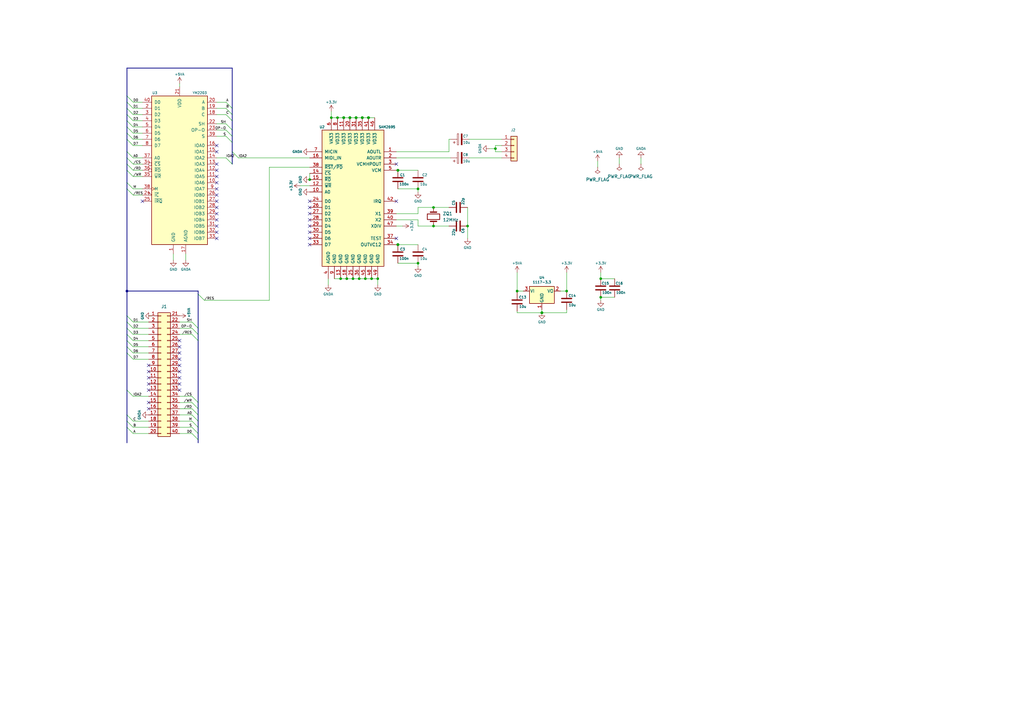
<source format=kicad_sch>
(kicad_sch (version 20231120) (generator "eeschema") (generator_version "8.0")
  (paper "A3")
  (title_block (title "ZXM-Extrime Extension") (date "2023-11-21") (rev "A3") (company "Alexandr Korochinskiy") (comment 1 "Extension for ZXM-Extrime"))
  (lib_symbols
    (symbol "Connector_Generic:Conn_01x04" (pin_names (offset 1.016) hide)
      (property "Reference" "J" (at 0 5.08 0))
      (property "Value" "Conn_01x04" (at 0 -7.62 0))
      (symbol "Conn_01x04_1_1"
        (rectangle (start -1.27 -4.953) (end 0 -5.207) (stroke (width 0.1524)))
        (rectangle (start -1.27 -2.413) (end 0 -2.667) (stroke (width 0.1524)))
        (rectangle (start -1.27 0.127) (end 0 -0.127) (stroke (width 0.1524)))
        (rectangle (start -1.27 2.667) (end 0 2.413) (stroke (width 0.1524)))
        (rectangle (start -1.27 3.81) (end 1.27 -6.35) (stroke (width 0.254)) (fill (type background)))
        (pin passive line (at -5.08 2.54 0) (length 3.81) (name "Pin_1") (number "1"))
        (pin passive line (at -5.08 0 0) (length 3.81) (name "Pin_2") (number "2"))
        (pin passive line (at -5.08 -2.54 0) (length 3.81) (name "Pin_3") (number "3"))
        (pin passive line (at -5.08 -5.08 0) (length 3.81) (name "Pin_4") (number "4"))
      )
    )
    (symbol "Connector_Generic:Conn_02x20_Top_Bottom" (pin_names (offset 1.016) hide)
      (property "Reference" "J" (at 1.27 25.4 0))
      (property "Value" "Conn_02x20_Top_Bottom" (at 1.27 -27.94 0))
      (symbol "Conn_02x20_Top_Bottom_1_1"
        (rectangle (start -1.27 -25.273) (end 0 -25.527) (stroke (width 0.1524)))
        (rectangle (start -1.27 -22.733) (end 0 -22.987) (stroke (width 0.1524)))
        (rectangle (start -1.27 -20.193) (end 0 -20.447) (stroke (width 0.1524)))
        (rectangle (start -1.27 -17.653) (end 0 -17.907) (stroke (width 0.1524)))
        (rectangle (start -1.27 -15.113) (end 0 -15.367) (stroke (width 0.1524)))
        (rectangle (start -1.27 -12.573) (end 0 -12.827) (stroke (width 0.1524)))
        (rectangle (start -1.27 -10.033) (end 0 -10.287) (stroke (width 0.1524)))
        (rectangle (start -1.27 -7.493) (end 0 -7.747) (stroke (width 0.1524)))
        (rectangle (start -1.27 -4.953) (end 0 -5.207) (stroke (width 0.1524)))
        (rectangle (start -1.27 -2.413) (end 0 -2.667) (stroke (width 0.1524)))
        (rectangle (start -1.27 0.127) (end 0 -0.127) (stroke (width 0.1524)))
        (rectangle (start -1.27 2.667) (end 0 2.413) (stroke (width 0.1524)))
        (rectangle (start -1.27 5.207) (end 0 4.953) (stroke (width 0.1524)))
        (rectangle (start -1.27 7.747) (end 0 7.493) (stroke (width 0.1524)))
        (rectangle (start -1.27 10.287) (end 0 10.033) (stroke (width 0.1524)))
        (rectangle (start -1.27 12.827) (end 0 12.573) (stroke (width 0.1524)))
        (rectangle (start -1.27 15.367) (end 0 15.113) (stroke (width 0.1524)))
        (rectangle (start -1.27 17.907) (end 0 17.653) (stroke (width 0.1524)))
        (rectangle (start -1.27 20.447) (end 0 20.193) (stroke (width 0.1524)))
        (rectangle (start -1.27 22.987) (end 0 22.733) (stroke (width 0.1524)))
        (rectangle (start -1.27 24.13) (end 3.81 -26.67) (stroke (width 0.254)) (fill (type background)))
        (rectangle (start 3.81 -25.273) (end 2.54 -25.527) (stroke (width 0.1524)))
        (rectangle (start 3.81 -22.733) (end 2.54 -22.987) (stroke (width 0.1524)))
        (rectangle (start 3.81 -20.193) (end 2.54 -20.447) (stroke (width 0.1524)))
        (rectangle (start 3.81 -17.653) (end 2.54 -17.907) (stroke (width 0.1524)))
        (rectangle (start 3.81 -15.113) (end 2.54 -15.367) (stroke (width 0.1524)))
        (rectangle (start 3.81 -12.573) (end 2.54 -12.827) (stroke (width 0.1524)))
        (rectangle (start 3.81 -10.033) (end 2.54 -10.287) (stroke (width 0.1524)))
        (rectangle (start 3.81 -7.493) (end 2.54 -7.747) (stroke (width 0.1524)))
        (rectangle (start 3.81 -4.953) (end 2.54 -5.207) (stroke (width 0.1524)))
        (rectangle (start 3.81 -2.413) (end 2.54 -2.667) (stroke (width 0.1524)))
        (rectangle (start 3.81 0.127) (end 2.54 -0.127) (stroke (width 0.1524)))
        (rectangle (start 3.81 2.667) (end 2.54 2.413) (stroke (width 0.1524)))
        (rectangle (start 3.81 5.207) (end 2.54 4.953) (stroke (width 0.1524)))
        (rectangle (start 3.81 7.747) (end 2.54 7.493) (stroke (width 0.1524)))
        (rectangle (start 3.81 10.287) (end 2.54 10.033) (stroke (width 0.1524)))
        (rectangle (start 3.81 12.827) (end 2.54 12.573) (stroke (width 0.1524)))
        (rectangle (start 3.81 15.367) (end 2.54 15.113) (stroke (width 0.1524)))
        (rectangle (start 3.81 17.907) (end 2.54 17.653) (stroke (width 0.1524)))
        (rectangle (start 3.81 20.447) (end 2.54 20.193) (stroke (width 0.1524)))
        (rectangle (start 3.81 22.987) (end 2.54 22.733) (stroke (width 0.1524)))
        (pin passive line (at -5.08 22.86 0) (length 3.81) (name "Pin_1") (number "1"))
        (pin passive line (at -5.08 0 0) (length 3.81) (name "Pin_10") (number "10"))
        (pin passive line (at -5.08 -2.54 0) (length 3.81) (name "Pin_11") (number "11"))
        (pin passive line (at -5.08 -5.08 0) (length 3.81) (name "Pin_12") (number "12"))
        (pin passive line (at -5.08 -7.62 0) (length 3.81) (name "Pin_13") (number "13"))
        (pin passive line (at -5.08 -10.16 0) (length 3.81) (name "Pin_14") (number "14"))
        (pin passive line (at -5.08 -12.7 0) (length 3.81) (name "Pin_15") (number "15"))
        (pin passive line (at -5.08 -15.24 0) (length 3.81) (name "Pin_16") (number "16"))
        (pin passive line (at -5.08 -17.78 0) (length 3.81) (name "Pin_17") (number "17"))
        (pin passive line (at -5.08 -20.32 0) (length 3.81) (name "Pin_18") (number "18"))
        (pin passive line (at -5.08 -22.86 0) (length 3.81) (name "Pin_19") (number "19"))
        (pin passive line (at -5.08 20.32 0) (length 3.81) (name "Pin_2") (number "2"))
        (pin passive line (at -5.08 -25.4 0) (length 3.81) (name "Pin_20") (number "20"))
        (pin passive line (at 7.62 22.86 180) (length 3.81) (name "Pin_21") (number "21"))
        (pin passive line (at 7.62 20.32 180) (length 3.81) (name "Pin_22") (number "22"))
        (pin passive line (at 7.62 17.78 180) (length 3.81) (name "Pin_23") (number "23"))
        (pin passive line (at 7.62 15.24 180) (length 3.81) (name "Pin_24") (number "24"))
        (pin passive line (at 7.62 12.7 180) (length 3.81) (name "Pin_25") (number "25"))
        (pin passive line (at 7.62 10.16 180) (length 3.81) (name "Pin_26") (number "26"))
        (pin passive line (at 7.62 7.62 180) (length 3.81) (name "Pin_27") (number "27"))
        (pin passive line (at 7.62 5.08 180) (length 3.81) (name "Pin_28") (number "28"))
        (pin passive line (at 7.62 2.54 180) (length 3.81) (name "Pin_29") (number "29"))
        (pin passive line (at -5.08 17.78 0) (length 3.81) (name "Pin_3") (number "3"))
        (pin passive line (at 7.62 0 180) (length 3.81) (name "Pin_30") (number "30"))
        (pin passive line (at 7.62 -2.54 180) (length 3.81) (name "Pin_31") (number "31"))
        (pin passive line (at 7.62 -5.08 180) (length 3.81) (name "Pin_32") (number "32"))
        (pin passive line (at 7.62 -7.62 180) (length 3.81) (name "Pin_33") (number "33"))
        (pin passive line (at 7.62 -10.16 180) (length 3.81) (name "Pin_34") (number "34"))
        (pin passive line (at 7.62 -12.7 180) (length 3.81) (name "Pin_35") (number "35"))
        (pin passive line (at 7.62 -15.24 180) (length 3.81) (name "Pin_36") (number "36"))
        (pin passive line (at 7.62 -17.78 180) (length 3.81) (name "Pin_37") (number "37"))
        (pin passive line (at 7.62 -20.32 180) (length 3.81) (name "Pin_38") (number "38"))
        (pin passive line (at 7.62 -22.86 180) (length 3.81) (name "Pin_39") (number "39"))
        (pin passive line (at -5.08 15.24 0) (length 3.81) (name "Pin_4") (number "4"))
        (pin passive line (at 7.62 -25.4 180) (length 3.81) (name "Pin_40") (number "40"))
        (pin passive line (at -5.08 12.7 0) (length 3.81) (name "Pin_5") (number "5"))
        (pin passive line (at -5.08 10.16 0) (length 3.81) (name "Pin_6") (number "6"))
        (pin passive line (at -5.08 7.62 0) (length 3.81) (name "Pin_7") (number "7"))
        (pin passive line (at -5.08 5.08 0) (length 3.81) (name "Pin_8") (number "8"))
        (pin passive line (at -5.08 2.54 0) (length 3.81) (name "Pin_9") (number "9"))
      )
    )
    (symbol "Device:C" (pin_numbers hide) (pin_names (offset 0.254))
      (property "Reference" "C" (at 0.635 2.54 0))
      (property "Value" "C" (at 0.635 -2.54 0))
      (symbol "C_0_1"
        (polyline (pts (xy -2.032 -0.762) (xy 2.032 -0.762)) (stroke (width 0.508)))
        (polyline (pts (xy -2.032 0.762) (xy 2.032 0.762)) (stroke (width 0.508)))
      )
      (symbol "C_1_1"
        (pin passive line (at 0 3.81 270) (length 2.794) (name "~") (number "1"))
        (pin passive line (at 0 -3.81 90) (length 2.794) (name "~") (number "2"))
      )
    )
    (symbol "Device:C_Polarized" (pin_numbers hide) (pin_names (offset 0.254))
      (property "Reference" "C" (at 0.635 2.54 0))
      (property "Value" "C_Polarized" (at 0.635 -2.54 0))
      (symbol "C_Polarized_0_1"
        (rectangle (start -2.286 0.508) (end 2.286 1.016))
        (polyline (pts (xy -1.778 2.286) (xy -0.762 2.286)))
        (polyline (pts (xy -1.27 2.794) (xy -1.27 1.778)))
        (rectangle (start 2.286 -0.508) (end -2.286 -1.016) (fill (type outline)))
      )
      (symbol "C_Polarized_1_1"
        (pin passive line (at 0 3.81 270) (length 2.794) (name "~") (number "1"))
        (pin passive line (at 0 -3.81 90) (length 2.794) (name "~") (number "2"))
      )
    )
    (symbol "Device:Crystal" (pin_numbers hide) (pin_names (offset 1.016) hide)
      (property "Reference" "Y" (at 0 3.81 0))
      (property "Value" "Crystal" (at 0 -3.81 0))
      (symbol "Crystal_0_1"
        (rectangle (start -1.143 2.54) (end 1.143 -2.54) (stroke (width 0.3048)))
        (polyline (pts (xy -2.54 0) (xy -1.905 0)))
        (polyline (pts (xy -1.905 -1.27) (xy -1.905 1.27)) (stroke (width 0.508)))
        (polyline (pts (xy 1.905 -1.27) (xy 1.905 1.27)) (stroke (width 0.508)))
        (polyline (pts (xy 2.54 0) (xy 1.905 0)))
      )
      (symbol "Crystal_1_1"
        (pin passive line (at -3.81 0 0) (length 1.27) (name "1") (number "1"))
        (pin passive line (at 3.81 0 180) (length 1.27) (name "2") (number "2"))
      )
    )
    (symbol "Regulator_Linear:AMS1117-3.3" (pin_names (offset 0.254))
      (property "Reference" "U" (at -3.81 3.175 0))
      (property "Value" "AMS1117-3.3" (at 0 3.175 0))
      (symbol "AMS1117-3.3_0_1"
        (rectangle (start -5.08 -5.08) (end 5.08 1.905) (stroke (width 0.254)) (fill (type background)))
      )
      (symbol "AMS1117-3.3_1_1"
        (pin power_in line (at 0 -7.62 90) (length 2.54) (name "GND") (number "1"))
        (pin power_out line (at 7.62 0 180) (length 2.54) (name "VO") (number "2"))
        (pin power_in line (at -7.62 0 0) (length 2.54) (name "VI") (number "3"))
      )
    )
    (symbol "YM2203_1" (pin_names (offset 1.016))
      (property "Reference" "U" (at -10.16 35.56 0))
      (property "Value" "YM2203_1" (at 7.62 35.56 0))
      (symbol "YM2203_1_0_0"
        (pin power_in line (at 2.54 -30.48 90) (length 3.81) (name "AGND") (number "17"))
      )
      (symbol "YM2203_1_0_1"
        (rectangle (start -11.43 34.29) (end 11.43 -26.67) (stroke (width 0.254)) (fill (type background)))
      )
      (symbol "YM2203_1_1_1"
        (pin power_in line (at -2.54 -30.48 90) (length 3.81) (name "GND") (number "1"))
        (pin bidirectional line (at 15.24 -1.27 180) (length 3.81) (name "IOA6") (number "10"))
        (pin bidirectional line (at 15.24 1.27 180) (length 3.81) (name "IOA5") (number "11"))
        (pin bidirectional line (at 15.24 3.81 180) (length 3.81) (name "IOA4") (number "12"))
        (pin bidirectional line (at 15.24 6.35 180) (length 3.81) (name "IOA3") (number "13"))
        (pin bidirectional line (at 15.24 8.89 180) (length 3.81) (name "IOA2") (number "14"))
        (pin bidirectional line (at 15.24 11.43 180) (length 3.81) (name "IOA1") (number "15"))
        (pin bidirectional line (at 15.24 13.97 180) (length 3.81) (name "IOA0") (number "16"))
        (pin output line (at 15.24 26.67 180) (length 3.81) (name "C") (number "18"))
        (pin output line (at 15.24 29.21 180) (length 3.81) (name "B") (number "19"))
        (pin bidirectional line (at -15.24 29.21 0) (length 3.81) (name "D1") (number "2"))
        (pin output line (at 15.24 31.75 180) (length 3.81) (name "A") (number "20"))
        (pin power_in line (at 0 38.1 270) (length 3.81) (name "VDD") (number "21"))
        (pin output line (at 15.24 22.86 180) (length 3.81) (name "SH") (number "22"))
        (pin output line (at 15.24 20.32 180) (length 3.81) (name "OP-O") (number "23"))
        (pin input input_low (at -15.24 -6.35 0) (length 3.81) (name "~{IC}") (number "24"))
        (pin output line (at -15.24 -8.89 0) (length 3.81) (name "~{IRQ}") (number "25"))
        (pin bidirectional line (at 15.24 -6.35 180) (length 3.81) (name "IOB0") (number "26"))
        (pin bidirectional line (at 15.24 -8.89 180) (length 3.81) (name "IOB1") (number "27"))
        (pin bidirectional line (at 15.24 -11.43 180) (length 3.81) (name "IOB2") (number "28"))
        (pin bidirectional line (at 15.24 -13.97 180) (length 3.81) (name "IOB3") (number "29"))
        (pin bidirectional line (at -15.24 26.67 0) (length 3.81) (name "D2") (number "3"))
        (pin bidirectional line (at 15.24 -16.51 180) (length 3.81) (name "IOB4") (number "30"))
        (pin bidirectional line (at 15.24 -19.05 180) (length 3.81) (name "IOB5") (number "31"))
        (pin bidirectional line (at 15.24 -21.59 180) (length 3.81) (name "IOB6") (number "32"))
        (pin bidirectional line (at 15.24 -24.13 180) (length 3.81) (name "IOB7") (number "33"))
        (pin input inverted (at -15.24 6.35 0) (length 3.81) (name "~{CS}") (number "34"))
        (pin input line (at -15.24 1.27 0) (length 3.81) (name "~{WR}") (number "35"))
        (pin input inverted (at -15.24 3.81 0) (length 3.81) (name "~{RD}") (number "36"))
        (pin input line (at -15.24 8.89 0) (length 3.81) (name "A0") (number "37"))
        (pin input clock (at -15.24 -3.81 0) (length 3.81) (name "M") (number "38"))
        (pin output line (at 15.24 17.78 180) (length 3.81) (name "S") (number "39"))
        (pin bidirectional line (at -15.24 24.13 0) (length 3.81) (name "D3") (number "4"))
        (pin bidirectional line (at -15.24 31.75 0) (length 3.81) (name "D0") (number "40"))
        (pin bidirectional line (at -15.24 21.59 0) (length 3.81) (name "D4") (number "5"))
        (pin bidirectional line (at -15.24 19.05 0) (length 3.81) (name "D5") (number "6"))
        (pin bidirectional line (at -15.24 16.51 0) (length 3.81) (name "D6") (number "7"))
        (pin bidirectional line (at -15.24 13.97 0) (length 3.81) (name "D7") (number "8"))
        (pin bidirectional line (at 15.24 -3.81 180) (length 3.81) (name "IOA7") (number "9"))
      )
    )
    (symbol "my:SAM2695" (pin_names (offset 1.016))
      (property "Reference" "U" (at -13.97 29.21 0))
      (property "Value" "SAM2695" (at 12.7 29.21 0))
      (symbol "SAM2695_0_0"
        (pin output line (at 17.78 19.05 180) (length 5.08) (name "AOUTL") (number "1"))
        (pin input line (at -17.78 2.54 0) (length 5.08) (name "A0") (number "10"))
        (pin power_in line (at -3.81 33.02 270) (length 5.08) (name "VD33") (number "11"))
        (pin input line (at -17.78 5.08 0) (length 5.08) (name "~{WR}") (number "12"))
        (pin power_in line (at -5.08 -33.02 90) (length 5.08) (name "GND") (number "13"))
        (pin input line (at -17.78 10.16 0) (length 5.08) (name "~{CS}") (number "14"))
        (pin input line (at -17.78 7.62 0) (length 5.08) (name "~{RD}") (number "15"))
        (pin input line (at -17.78 16.51 0) (length 5.08) (name "MIDI_IN") (number "16"))
        (pin no_connect line (at 17.78 7.62 180) (length 5.08) hide (name "NC") (number "17"))
        (pin power_in line (at -2.54 -33.02 90) (length 5.08) (name "GND") (number "18"))
        (pin no_connect line (at 17.78 8.89 180) (length 5.08) hide (name "NC") (number "19"))
        (pin output line (at 17.78 16.51 180) (length 5.08) (name "AOUTR") (number "2"))
        (pin power_in line (at -1.27 33.02 270) (length 5.08) (name "VD33") (number "20"))
        (pin no_connect line (at 17.78 6.35 180) (length 5.08) hide (name "NC") (number "21"))
        (pin no_connect line (at 17.78 5.08 180) (length 5.08) hide (name "NC") (number "22"))
        (pin no_connect line (at 17.78 3.81 180) (length 5.08) hide (name "NC") (number "23"))
        (pin bidirectional line (at -17.78 -1.27 0) (length 5.08) (name "D0") (number "24"))
        (pin power_in line (at 0 -33.02 90) (length 5.08) (name "GND") (number "25"))
        (pin bidirectional line (at -17.78 -3.81 0) (length 5.08) (name "D1") (number "26"))
        (pin bidirectional line (at -17.78 -6.35 0) (length 5.08) (name "D2") (number "27"))
        (pin bidirectional line (at -17.78 -8.89 0) (length 5.08) (name "D3") (number "28"))
        (pin bidirectional line (at -17.78 -11.43 0) (length 5.08) (name "D4") (number "29"))
        (pin output line (at 17.78 13.97 180) (length 5.08) (name "VCMHPOUT") (number "3"))
        (pin bidirectional line (at -17.78 -13.97 0) (length 5.08) (name "D5") (number "30"))
        (pin power_in line (at 1.27 33.02 270) (length 5.08) (name "VD33") (number "31"))
        (pin bidirectional line (at -17.78 -16.51 0) (length 5.08) (name "D6") (number "32"))
        (pin bidirectional line (at -17.78 -19.05 0) (length 5.08) (name "D7") (number "33"))
        (pin power_out line (at 17.78 -19.05 180) (length 5.08) (name "OUTVC12") (number "34"))
        (pin power_in line (at 3.81 33.02 270) (length 5.08) (name "VD33") (number "35"))
        (pin power_in line (at 2.54 -33.02 90) (length 5.08) (name "GND") (number "36"))
        (pin input line (at 17.78 -16.51 180) (length 5.08) (name "TEST") (number "37"))
        (pin input line (at -17.78 12.7 0) (length 5.08) (name "~{RST}/~{PD}") (number "38"))
        (pin input line (at 17.78 -6.35 180) (length 5.08) (name "X1") (number "39"))
        (pin power_in line (at -10.16 -33.02 90) (length 5.08) (name "AGND") (number "4"))
        (pin input line (at 17.78 -8.89 180) (length 5.08) (name "X2") (number "40"))
        (pin power_in line (at 6.35 33.02 270) (length 5.08) (name "VD33") (number "41"))
        (pin output line (at 17.78 -1.27 180) (length 5.08) (name "IRQ") (number "42"))
        (pin no_connect line (at 17.78 2.54 180) (length 5.08) hide (name "NC") (number "43"))
        (pin no_connect line (at 17.78 1.27 180) (length 5.08) hide (name "NC") (number "44"))
        (pin power_in line (at 5.08 -33.02 90) (length 5.08) (name "GND") (number "45"))
        (pin power_in line (at 8.89 33.02 270) (length 5.08) (name "VD33") (number "46"))
        (pin input line (at 17.78 -11.43 180) (length 5.08) (name "XDIV") (number "47"))
        (pin power_in line (at 7.62 -33.02 90) (length 5.08) (name "GND") (number "48"))
        (pin output line (at 17.78 11.43 180) (length 5.08) (name "VCM") (number "5"))
        (pin power_in line (at -8.89 33.02 270) (length 5.08) (name "VA33") (number "6"))
        (pin input line (at -17.78 19.05 0) (length 5.08) (name "MICIN") (number "7"))
        (pin power_in line (at -6.35 33.02 270) (length 5.08) (name "VD33") (number "8"))
        (pin power_in line (at -7.62 -33.02 90) (length 5.08) (name "GND") (number "9"))
      )
      (symbol "SAM2695_0_1"
        (rectangle (start -12.7 27.94) (end 12.7 -27.94) (stroke (width 0.254)) (fill (type background)))
      )
      (symbol "SAM2695_1_1"
        (pin power_in line (at 10.16 -33.02 90) (length 5.08) (name "GND") (number "49"))
      )
    )
    (symbol "power:+3.3V" (power) (pin_names (offset 0))
      (property "Value" "+3.3V" (at 0 3.556 0))
      (symbol "+3.3V_0_1"
        (polyline (pts (xy -0.762 1.27) (xy 0 2.54)))
        (polyline (pts (xy 0 0) (xy 0 2.54)))
        (polyline (pts (xy 0 2.54) (xy 0.762 1.27)))
      )
      (symbol "+3.3V_1_1"
        (pin power_in line (at 0 0 90) (length 0) hide (name "+3.3V") (number "1"))
      )
    )
    (symbol "power:+5VA" (power) (pin_names (offset 0))
      (property "Value" "+5VA" (at 0 3.556 0))
      (symbol "+5VA_0_1"
        (polyline (pts (xy -0.762 1.27) (xy 0 2.54)))
        (polyline (pts (xy 0 0) (xy 0 2.54)))
        (polyline (pts (xy 0 2.54) (xy 0.762 1.27)))
      )
      (symbol "+5VA_1_1"
        (pin power_in line (at 0 0 90) (length 0) hide (name "+5VA") (number "1"))
      )
    )
    (symbol "power:GND" (power) (pin_names (offset 0))
      (property "Value" "GND" (at 0 -3.81 0))
      (symbol "GND_0_1"
        (polyline (pts (xy 0 0) (xy 0 -1.27) (xy 1.27 -1.27) (xy 0 -2.54) (xy -1.27 -1.27) (xy 0 -1.27)))
      )
      (symbol "GND_1_1"
        (pin power_in line (at 0 0 270) (length 0) hide (name "GND") (number "1"))
      )
    )
    (symbol "power:GNDA" (power) (pin_names (offset 0))
      (property "Value" "GNDA" (at 0 -3.81 0))
      (symbol "GNDA_0_1"
        (polyline (pts (xy 0 0) (xy 0 -1.27) (xy 1.27 -1.27) (xy 0 -2.54) (xy -1.27 -1.27) (xy 0 -1.27)))
      )
      (symbol "GNDA_1_1"
        (pin power_in line (at 0 0 270) (length 0) hide (name "GNDA") (number "1"))
      )
    )
    (symbol "power:PWR_FLAG" (power) (pin_numbers hide) (pin_names (offset 0) hide)
      (property "Value" "PWR_FLAG" (at 0 3.81 0))
      (symbol "PWR_FLAG_0_0"
        (pin power_out line (at 0 0 90) (length 0) (name "~") (number "1"))
      )
      (symbol "PWR_FLAG_0_1"
        (polyline (pts (xy 0 0) (xy 0 1.27) (xy -1.016 1.905) (xy 0 2.54) (xy 1.016 1.905) (xy 0 1.27)))
      )
    )
  )
  (junction (at 246.38 121.92))
  (junction (at 152.4 114.3))
  (junction (at 163.195 69.85) (diameter 1.016))
  (junction (at 151.13 48.26) (diameter 1.016))
  (junction (at 177.8 92.71))
  (junction (at 222.25 128.27) (diameter 1.016))
  (junction (at 140.97 48.26) (diameter 1.016))
  (junction (at 246.38 114.3))
  (junction (at 142.24 114.3))
  (junction (at 52.07 119.38))
  (junction (at 203.2 60.96))
  (junction (at 146.05 48.26) (diameter 1.016))
  (junction (at 171.45 107.95))
  (junction (at 144.78 114.3))
  (junction (at 191.77 92.71))
  (junction (at 138.43 48.26))
  (junction (at 171.45 77.47))
  (junction (at 135.89 48.26))
  (junction (at 232.41 119.38))
  (junction (at 148.59 48.26) (diameter 1.016))
  (junction (at 149.86 114.3))
  (junction (at 163.195 100.33) (diameter 1.016))
  (junction (at 212.09 119.38))
  (junction (at 127 73.66))
  (junction (at 143.51 48.26) (diameter 1.016))
  (junction (at 147.32 114.3))
  (junction (at 177.8 85.09))
  (junction (at 154.94 114.3))
  (junction (at 139.7 114.3))
  (no_connect (at 60.96 154.94))
  (no_connect (at 73.66 154.94))
  (no_connect (at 60.96 149.86))
  (no_connect (at 162.56 67.31))
  (no_connect (at 127 87.63))
  (no_connect (at 60.96 167.64))
  (no_connect (at 88.9 92.71))
  (no_connect (at 60.96 160.02))
  (no_connect (at 73.66 152.4))
  (no_connect (at 88.9 62.23))
  (no_connect (at 88.9 85.09))
  (no_connect (at 73.66 160.02))
  (no_connect (at 60.96 157.48))
  (no_connect (at 88.9 97.79))
  (no_connect (at 88.9 59.69))
  (no_connect (at 88.9 74.93))
  (no_connect (at 88.9 87.63))
  (no_connect (at 60.96 152.4))
  (no_connect (at 88.9 72.39))
  (no_connect (at 88.9 67.31))
  (no_connect (at 127 82.55))
  (no_connect (at 127 97.79))
  (no_connect (at 88.9 90.17))
  (no_connect (at 88.9 69.85))
  (no_connect (at 127 85.09))
  (no_connect (at 127 95.25))
  (no_connect (at 73.66 157.48))
  (no_connect (at 162.56 82.55))
  (no_connect (at 73.66 139.7))
  (no_connect (at 127 92.71))
  (no_connect (at 88.9 77.47))
  (no_connect (at 73.66 144.78))
  (no_connect (at 88.9 95.25))
  (no_connect (at 88.9 82.55))
  (no_connect (at 127 90.17))
  (no_connect (at 73.66 149.86))
  (no_connect (at 58.42 82.55))
  (no_connect (at 73.66 142.24))
  (no_connect (at 60.96 165.1))
  (no_connect (at 162.56 97.79))
  (no_connect (at 88.9 80.01))
  (no_connect (at 73.66 147.32))
  (no_connect (at 127 100.33))
  (bus_entry (at 52.07 44.45) (size 2.54 2.54))
  (bus_entry (at 52.07 57.15) (size 2.54 2.54))
  (bus_entry (at 52.07 132.08) (size 2.54 2.54))
  (bus_entry (at 92.71 55.88) (size 2.54 2.54))
  (bus_entry (at 52.07 67.31) (size 2.54 2.54))
  (bus_entry (at 52.07 129.54) (size 2.54 2.54))
  (bus_entry (at 78.74 134.62) (size 2.54 2.54))
  (bus_entry (at 92.71 44.45) (size 2.54 2.54))
  (bus_entry (at 78.74 177.8) (size 2.54 2.54))
  (bus_entry (at 52.07 74.93) (size 2.54 2.54))
  (bus_entry (at 52.07 41.91) (size 2.54 2.54))
  (bus_entry (at 78.74 172.72) (size 2.54 2.54))
  (bus_entry (at 92.71 53.34) (size 2.54 2.54))
  (bus_entry (at 52.07 144.78) (size 2.54 2.54))
  (bus_entry (at 52.07 52.07) (size 2.54 2.54))
  (bus_entry (at 52.07 175.26) (size 2.54 2.54))
  (bus_entry (at 52.07 69.85) (size 2.54 2.54))
  (bus_entry (at 78.74 137.16) (size 2.54 2.54))
  (bus_entry (at 52.07 142.24) (size 2.54 2.54))
  (bus_entry (at 52.07 170.18) (size 2.54 2.54))
  (bus_entry (at 52.07 172.72) (size 2.54 2.54))
  (bus_entry (at 52.07 62.23) (size 2.54 2.54))
  (bus_entry (at 52.07 134.62) (size 2.54 2.54))
  (bus_entry (at 78.74 175.26) (size 2.54 2.54))
  (bus_entry (at 78.74 167.64) (size 2.54 2.54))
  (bus_entry (at 78.74 162.56) (size 2.54 2.54))
  (bus_entry (at 52.07 46.99) (size 2.54 2.54))
  (bus_entry (at 78.74 132.08) (size 2.54 2.54))
  (bus_entry (at 52.07 137.16) (size 2.54 2.54))
  (bus_entry (at 92.71 46.99) (size 2.54 2.54))
  (bus_entry (at 52.07 49.53) (size 2.54 2.54))
  (bus_entry (at 92.71 50.8) (size 2.54 2.54))
  (bus_entry (at 95.25 62.23) (size 2.54 2.54))
  (bus_entry (at 92.71 64.77) (size 2.54 2.54))
  (bus_entry (at 52.07 77.47) (size 2.54 2.54))
  (bus_entry (at 52.07 39.37) (size 2.54 2.54))
  (bus_entry (at 92.71 41.91) (size 2.54 2.54))
  (bus_entry (at 52.07 64.77) (size 2.54 2.54))
  (bus_entry (at 52.07 160.02) (size 2.54 2.54))
  (bus_entry (at 78.74 165.1) (size 2.54 2.54))
  (bus_entry (at 78.74 170.18) (size 2.54 2.54))
  (bus_entry (at 81.28 120.65) (size 2.54 2.54))
  (bus_entry (at 52.07 139.7) (size 2.54 2.54))
  (bus_entry (at 52.07 54.61) (size 2.54 2.54))
  (wire (pts (xy 73.66 162.56) (xy 78.74 162.56)))
  (bus (pts (xy 95.25 27.94) (xy 52.07 27.94)))
  (wire (pts (xy 191.77 85.09) (xy 191.77 92.71)))
  (wire (pts (xy 177.8 92.71) (xy 184.15 92.71)))
  (bus (pts (xy 81.28 180.34) (xy 81.28 181.61)))
  (bus (pts (xy 81.28 119.38) (xy 81.28 120.65)))
  (wire (pts (xy 246.38 114.3) (xy 252.095 114.3)))
  (bus (pts (xy 95.25 49.53) (xy 95.25 46.99)))
  (bus (pts (xy 52.07 44.45) (xy 52.07 46.99)))
  (bus (pts (xy 52.07 74.93) (xy 52.07 77.47)))
  (wire (pts (xy 142.24 114.3) (xy 144.78 114.3)))
  (wire (pts (xy 71.12 106.68) (xy 71.12 104.14)))
  (wire (pts (xy 165.1 92.71) (xy 162.56 92.71)))
  (wire (pts (xy 222.25 127) (xy 222.25 128.27)))
  (bus (pts (xy 95.25 55.88) (xy 95.25 53.34)))
  (wire (pts (xy 246.38 121.92) (xy 246.38 123.19)))
  (bus (pts (xy 52.07 27.94) (xy 52.07 39.37)))
  (wire (pts (xy 58.42 77.47) (xy 54.61 77.47)))
  (wire (pts (xy 149.86 114.3) (xy 152.4 114.3)))
  (bus (pts (xy 52.07 144.78) (xy 52.07 160.02)))
  (wire (pts (xy 54.61 144.78) (xy 60.96 144.78)))
  (wire (pts (xy 54.61 162.56) (xy 60.96 162.56)))
  (wire (pts (xy 140.97 48.26) (xy 138.43 48.26)))
  (wire (pts (xy 148.59 48.26) (xy 146.05 48.26)))
  (bus (pts (xy 81.28 120.65) (xy 81.28 134.62)))
  (wire (pts (xy 245.11 66.04) (xy 245.11 68.58)))
  (bus (pts (xy 52.07 39.37) (xy 52.07 41.91)))
  (bus (pts (xy 81.28 134.62) (xy 81.28 137.16)))
  (bus (pts (xy 81.28 139.7) (xy 81.28 165.1)))
  (wire (pts (xy 58.42 59.69) (xy 54.61 59.69)))
  (bus (pts (xy 52.07 119.38) (xy 52.07 129.54)))
  (wire (pts (xy 212.09 119.38) (xy 214.63 119.38)))
  (wire (pts (xy 212.09 119.38) (xy 212.09 120.015)))
  (bus (pts (xy 52.07 170.18) (xy 52.07 172.72)))
  (wire (pts (xy 135.89 48.26) (xy 138.43 48.26)))
  (wire (pts (xy 144.78 114.3) (xy 147.32 114.3)))
  (wire (pts (xy 110.49 123.19) (xy 83.82 123.19)))
  (wire (pts (xy 162.56 69.85) (xy 163.195 69.85)))
  (wire (pts (xy 54.61 177.8) (xy 60.96 177.8)))
  (wire (pts (xy 92.71 53.34) (xy 88.9 53.34)))
  (bus (pts (xy 95.25 55.88) (xy 95.25 58.42)))
  (wire (pts (xy 212.09 111.76) (xy 212.09 119.38)))
  (wire (pts (xy 143.51 48.26) (xy 140.97 48.26)))
  (wire (pts (xy 58.42 54.61) (xy 54.61 54.61)))
  (bus (pts (xy 81.28 172.72) (xy 81.28 175.26)))
  (wire (pts (xy 73.66 172.72) (xy 78.74 172.72)))
  (bus (pts (xy 52.07 129.54) (xy 52.07 132.08)))
  (wire (pts (xy 203.2 59.69) (xy 203.2 60.96)))
  (wire (pts (xy 73.66 170.18) (xy 78.74 170.18)))
  (wire (pts (xy 212.09 128.27) (xy 222.25 128.27)))
  (bus (pts (xy 95.25 62.23) (xy 95.25 67.31)))
  (wire (pts (xy 171.45 87.63) (xy 162.56 87.63)))
  (wire (pts (xy 139.7 114.3) (xy 142.24 114.3)))
  (wire (pts (xy 92.71 41.91) (xy 88.9 41.91)))
  (bus (pts (xy 81.28 165.1) (xy 81.28 167.64)))
  (wire (pts (xy 184.785 57.15) (xy 184.15 57.15)))
  (wire (pts (xy 135.89 45.72) (xy 135.89 48.26)))
  (wire (pts (xy 88.9 55.88) (xy 92.71 55.88)))
  (wire (pts (xy 54.61 134.62) (xy 60.96 134.62)))
  (wire (pts (xy 192.405 64.77) (xy 205.74 64.77)))
  (wire (pts (xy 127 68.58) (xy 110.49 68.58)))
  (wire (pts (xy 191.77 92.71) (xy 191.77 97.79)))
  (wire (pts (xy 54.61 137.16) (xy 60.96 137.16)))
  (wire (pts (xy 73.66 175.26) (xy 78.74 175.26)))
  (wire (pts (xy 177.8 85.09) (xy 184.15 85.09)))
  (bus (pts (xy 81.28 175.26) (xy 81.28 177.8)))
  (bus (pts (xy 52.07 52.07) (xy 52.07 54.61)))
  (wire (pts (xy 92.71 46.99) (xy 88.9 46.99)))
  (wire (pts (xy 58.42 44.45) (xy 54.61 44.45)))
  (bus (pts (xy 52.07 77.47) (xy 52.07 119.38)))
  (wire (pts (xy 184.15 62.23) (xy 184.15 57.15)))
  (wire (pts (xy 171.45 90.17) (xy 162.56 90.17)))
  (bus (pts (xy 52.07 134.62) (xy 52.07 137.16)))
  (wire (pts (xy 73.66 177.8) (xy 78.74 177.8)))
  (wire (pts (xy 58.42 72.39) (xy 54.61 72.39)))
  (bus (pts (xy 52.07 69.85) (xy 52.07 74.93)))
  (wire (pts (xy 54.61 142.24) (xy 60.96 142.24)))
  (wire (pts (xy 58.42 57.15) (xy 54.61 57.15)))
  (wire (pts (xy 123.19 76.2) (xy 127 76.2)))
  (wire (pts (xy 163.195 100.33) (xy 171.45 100.33)))
  (wire (pts (xy 127 71.12) (xy 127 73.66)))
  (bus (pts (xy 95.25 53.34) (xy 95.25 49.53)))
  (wire (pts (xy 54.61 172.72) (xy 60.96 172.72)))
  (wire (pts (xy 73.66 137.16) (xy 78.74 137.16)))
  (wire (pts (xy 192.405 57.15) (xy 205.74 57.15)))
  (wire (pts (xy 203.2 62.23) (xy 205.74 62.23)))
  (wire (pts (xy 246.38 111.76) (xy 246.38 114.3)))
  (bus (pts (xy 52.07 41.91) (xy 52.07 44.45)))
  (bus (pts (xy 95.25 46.99) (xy 95.25 44.45)))
  (bus (pts (xy 52.07 172.72) (xy 52.07 175.26)))
  (bus (pts (xy 52.07 57.15) (xy 52.07 62.23)))
  (bus (pts (xy 52.07 64.77) (xy 52.07 67.31)))
  (wire (pts (xy 162.56 100.33) (xy 163.195 100.33)))
  (wire (pts (xy 73.66 34.29) (xy 73.66 35.56)))
  (wire (pts (xy 110.49 68.58) (xy 110.49 123.19)))
  (bus (pts (xy 81.28 137.16) (xy 81.28 139.7)))
  (bus (pts (xy 95.25 44.45) (xy 95.25 27.94)))
  (wire (pts (xy 58.42 41.91) (xy 54.61 41.91)))
  (wire (pts (xy 54.61 132.08) (xy 60.96 132.08)))
  (wire (pts (xy 229.87 119.38) (xy 232.41 119.38)))
  (bus (pts (xy 52.07 49.53) (xy 52.07 52.07)))
  (wire (pts (xy 76.2 106.68) (xy 76.2 104.14)))
  (wire (pts (xy 232.41 111.76) (xy 232.41 119.38)))
  (wire (pts (xy 73.66 134.62) (xy 78.74 134.62)))
  (wire (pts (xy 203.2 60.96) (xy 203.2 62.23)))
  (wire (pts (xy 152.4 114.3) (xy 154.94 114.3)))
  (bus (pts (xy 52.07 119.38) (xy 81.28 119.38)))
  (wire (pts (xy 200.66 60.96) (xy 203.2 60.96)))
  (wire (pts (xy 222.25 128.27) (xy 232.41 128.27)))
  (wire (pts (xy 171.45 92.71) (xy 177.8 92.71)))
  (wire (pts (xy 97.79 64.77) (xy 127 64.77)))
  (bus (pts (xy 52.07 67.31) (xy 52.07 69.85)))
  (bus (pts (xy 81.28 170.18) (xy 81.28 172.72)))
  (wire (pts (xy 54.61 139.7) (xy 60.96 139.7)))
  (wire (pts (xy 73.66 165.1) (xy 78.74 165.1)))
  (wire (pts (xy 58.42 67.31) (xy 54.61 67.31)))
  (bus (pts (xy 52.07 132.08) (xy 52.07 134.62)))
  (wire (pts (xy 232.41 127) (xy 232.41 128.27)))
  (wire (pts (xy 54.61 147.32) (xy 60.96 147.32)))
  (wire (pts (xy 212.09 127.635) (xy 212.09 128.27)))
  (wire (pts (xy 147.32 114.3) (xy 149.86 114.3)))
  (bus (pts (xy 81.28 167.64) (xy 81.28 170.18)))
  (wire (pts (xy 54.61 175.26) (xy 60.96 175.26)))
  (wire (pts (xy 177.8 85.09) (xy 171.45 85.09)))
  (wire (pts (xy 171.45 77.47) (xy 171.45 78.74)))
  (wire (pts (xy 73.66 132.08) (xy 78.74 132.08)))
  (wire (pts (xy 92.71 50.8) (xy 88.9 50.8)))
  (bus (pts (xy 52.07 46.99) (xy 52.07 49.53)))
  (bus (pts (xy 52.07 175.26) (xy 52.07 181.61)))
  (wire (pts (xy 134.62 114.3) (xy 134.62 116.84)))
  (wire (pts (xy 171.45 107.95) (xy 171.45 109.22)))
  (bus (pts (xy 52.07 62.23) (xy 52.07 64.77)))
  (bus (pts (xy 52.07 54.61) (xy 52.07 57.15)))
  (wire (pts (xy 92.71 44.45) (xy 88.9 44.45)))
  (wire (pts (xy 262.89 64.77) (xy 262.89 67.31)))
  (wire (pts (xy 58.42 64.77) (xy 54.61 64.77)))
  (wire (pts (xy 254 64.77) (xy 254 67.31)))
  (wire (pts (xy 58.42 49.53) (xy 54.61 49.53)))
  (bus (pts (xy 81.28 177.8) (xy 81.28 180.34)))
  (wire (pts (xy 162.56 64.77) (xy 184.785 64.77)))
  (wire (pts (xy 203.2 59.69) (xy 205.74 59.69)))
  (wire (pts (xy 58.42 46.99) (xy 54.61 46.99)))
  (wire (pts (xy 88.9 64.77) (xy 92.71 64.77)))
  (wire (pts (xy 163.195 77.47) (xy 171.45 77.47)))
  (bus (pts (xy 52.07 139.7) (xy 52.07 142.24)))
  (wire (pts (xy 163.195 107.95) (xy 171.45 107.95)))
  (wire (pts (xy 58.42 80.01) (xy 54.61 80.01)))
  (wire (pts (xy 73.66 167.64) (xy 78.74 167.64)))
  (wire (pts (xy 151.13 48.26) (xy 148.59 48.26)))
  (bus (pts (xy 52.07 137.16) (xy 52.07 139.7)))
  (bus (pts (xy 52.07 142.24) (xy 52.07 144.78)))
  (wire (pts (xy 137.16 114.3) (xy 139.7 114.3)))
  (wire (pts (xy 171.45 85.09) (xy 171.45 87.63)))
  (wire (pts (xy 154.94 114.3) (xy 154.94 116.84)))
  (wire (pts (xy 62.23 129.54) (xy 60.96 129.54)))
  (wire (pts (xy 246.38 121.92) (xy 252.095 121.92)))
  (wire (pts (xy 171.45 92.71) (xy 171.45 90.17)))
  (wire (pts (xy 153.67 48.26) (xy 151.13 48.26)))
  (wire (pts (xy 162.56 62.23) (xy 184.15 62.23)))
  (wire (pts (xy 146.05 48.26) (xy 143.51 48.26)))
  (wire (pts (xy 163.195 69.85) (xy 171.45 69.85)))
  (bus (pts (xy 52.07 160.02) (xy 52.07 170.18)))
  (wire (pts (xy 58.42 52.07) (xy 54.61 52.07)))
  (bus (pts (xy 95.25 58.42) (xy 95.25 62.23)))
  (wire (pts (xy 58.42 69.85) (xy 54.61 69.85)))
  (label "SH" (at 78.74 132.08 180) (effects (font (size 0.9906 0.9906))))
  (label "IOA2" (at 54.61 162.56 0) (effects (font (size 0.9906 0.9906))))
  (label "D2" (at 54.61 46.99 0) (effects (font (size 0.9906 0.9906))))
  (label "{slash}RES" (at 83.82 123.19 0) (effects (font (size 0.9906 0.9906))))
  (label "D0" (at 78.74 177.8 180) (effects (font (size 0.9906 0.9906))))
  (label "{slash}CS" (at 78.74 162.56 180) (effects (font (size 0.9906 0.9906))))
  (label "D5" (at 54.61 142.24 0) (effects (font (size 0.9906 0.9906))))
  (label "B" (at 54.61 175.26 0) (effects (font (size 0.9906 0.9906))))
  (label "D4" (at 54.61 52.07 0) (effects (font (size 0.9906 0.9906))))
  (label "IOA2" (at 97.79 64.77 0) (effects (font (size 0.9906 0.9906))))
  (label "D4" (at 54.61 139.7 0) (effects (font (size 0.9906 0.9906))))
  (label "{slash}RES" (at 54.61 80.01 0) (effects (font (size 0.9906 0.9906))))
  (label "{slash}CS" (at 54.61 67.31 0) (effects (font (size 0.9906 0.9906))))
  (label "{slash}WR" (at 78.74 165.1 180) (effects (font (size 0.9906 0.9906))))
  (label "C" (at 54.61 172.72 0) (effects (font (size 0.9906 0.9906))))
  (label "A0" (at 54.61 64.77 0) (effects (font (size 0.9906 0.9906))))
  (label "A" (at 54.61 177.8 0) (effects (font (size 0.9906 0.9906))))
  (label "M" (at 78.74 172.72 180) (effects (font (size 0.9906 0.9906))))
  (label "D3" (at 54.61 137.16 0) (effects (font (size 0.9906 0.9906))))
  (label "D2" (at 54.61 134.62 0) (effects (font (size 0.9906 0.9906))))
  (label "{slash}RD" (at 54.61 69.85 0) (effects (font (size 0.9906 0.9906))))
  (label "{slash}RD" (at 78.74 167.64 180) (effects (font (size 0.9906 0.9906))))
  (label "D7" (at 54.61 147.32 0) (effects (font (size 0.9906 0.9906))))
  (label "S" (at 92.71 55.88 180) (effects (font (size 0.9906 0.9906))))
  (label "D6" (at 54.61 144.78 0) (effects (font (size 0.9906 0.9906))))
  (label "OP-O" (at 92.71 53.34 180) (effects (font (size 0.9906 0.9906))))
  (label "SH" (at 92.71 50.8 180) (effects (font (size 0.9906 0.9906))))
  (label "D3" (at 54.61 49.53 0) (effects (font (size 0.9906 0.9906))))
  (label "D7" (at 54.61 59.69 0) (effects (font (size 0.9906 0.9906))))
  (label "D0" (at 54.61 41.91 0) (effects (font (size 0.9906 0.9906))))
  (label "IOA2" (at 92.71 64.77 0) (effects (font (size 0.9906 0.9906))))
  (label "A0" (at 78.74 170.18 180) (effects (font (size 0.9906 0.9906))))
  (label "A" (at 92.71 41.91 0) (effects (font (size 0.9906 0.9906))))
  (label "D1" (at 54.61 132.08 0) (effects (font (size 0.9906 0.9906))))
  (label "D1" (at 54.61 44.45 0) (effects (font (size 0.9906 0.9906))))
  (label "OP-O" (at 78.74 134.62 180) (effects (font (size 0.9906 0.9906))))
  (label "D5" (at 54.61 54.61 0) (effects (font (size 0.9906 0.9906))))
  (label "{slash}RES" (at 78.74 137.16 180) (effects (font (size 0.9906 0.9906))))
  (label "D6" (at 54.61 57.15 0) (effects (font (size 0.9906 0.9906))))
  (label "C" (at 92.71 46.99 0) (effects (font (size 0.9906 0.9906))))
  (label "M" (at 54.61 77.47 0) (effects (font (size 0.9906 0.9906))))
  (label "{slash}WR" (at 54.61 72.39 0) (effects (font (size 0.9906 0.9906))))
  (label "S" (at 78.74 175.26 180) (effects (font (size 0.9906 0.9906))))
  (label "B" (at 92.71 44.45 0) (effects (font (size 0.9906 0.9906))))
  (symbol (lib_id "my:SAM2695") (at 144.78 81.28 0) (unit 1)
    (property "Reference" "U2" (at 132.08 52.07 0) (effects (font (size 1 1))))
    (property "Value" "SAM2695" (at 158.75 52.07 0) (effects (font (size 1 1))))
    (property "Footprint" "Package_DFN_QFN:QFN-48-1EP_6x6mm_P0.4mm_EP4.2x4.2mm" (effects (hide yes)))
  )
  (symbol (lib_name "YM2203_1") (lib_id "my:YM2203") (at 73.66 73.66 0) (unit 1)
    (property "Reference" "U3" (at 63.5 38.1 0) (effects (font (size 1 1))))
    (property "Value" "YM2203" (at 81.915 38.1 0) (effects (font (size 1 1))))
    (property "Footprint" "Package_DIP:DIP-40_W15.24mm_Socket" (effects (hide yes)))
  )
  (symbol (lib_id "power:GNDA") (at 134.62 116.84 0) (unit 1)
    (property "Reference" "#PWR061" (effects (hide yes)))
    (property "Value" "GNDA" (at 134.62 120.65 0) (effects (font (size 1 1))))
  )
  (symbol (lib_id "Device:C") (at 171.45 73.66 0) (unit 1)
    (property "Reference" "C2" (at 175.26 71.755 0) (effects (font (size 1 1)) (justify right)))
    (property "Value" "10u" (at 175.26 75.565 0) (effects (font (size 1 1)) (justify right)))
    (property "Footprint" "Capacitor_SMD:C_1206_3216Metric_Pad1.33x1.80mm_HandSolder" (effects (hide yes)))
  )
  (symbol (lib_id "Device:C") (at 163.195 104.14 0) (mirror y) (unit 1)
    (property "Reference" "C3" (at 165.1 102.235 0) (effects (font (size 1 1))))
    (property "Value" "100n" (at 165.735 106.045 0) (effects (font (size 1 1))))
    (property "Footprint" "Capacitor_SMD:C_0805_2012Metric_Pad1.18x1.45mm_HandSolder" (effects (hide yes)))
  )
  (symbol (lib_id "Device:C") (at 171.45 104.14 0) (unit 1)
    (property "Reference" "C4" (at 175.26 102.235 0) (effects (font (size 1 1)) (justify right)))
    (property "Value" "10u" (at 175.26 106.045 0) (effects (font (size 1 1)) (justify right)))
    (property "Footprint" "Capacitor_SMD:C_1206_3216Metric_Pad1.33x1.80mm_HandSolder" (effects (hide yes)))
  )
  (symbol (lib_id "power:GNDA") (at 127 62.23 270) (unit 1)
    (property "Reference" "#PWR040" (effects (hide yes)))
    (property "Value" "GNDA" (at 121.92 62.23 90) (effects (font (size 1 1))))
  )
  (symbol (lib_id "Device:C_Polarized") (at 188.595 64.77 90) (unit 1)
    (property "Reference" "C8" (at 189.865 63.5 90) (effects (font (size 1 1)) (justify right)))
    (property "Value" "10u" (at 189.865 66.04 90) (effects (font (size 1 1)) (justify right)))
    (property "Footprint" "Capacitor_THT:CP_Radial_D5.0mm_P2.00mm" (effects (hide yes)))
  )
  (symbol (lib_id "Device:C_Polarized") (at 188.595 57.15 90) (unit 1)
    (property "Reference" "C7" (at 189.865 55.88 90) (effects (font (size 1 1)) (justify right)))
    (property "Value" "10u" (at 189.865 58.42 90) (effects (font (size 1 1)) (justify right)))
    (property "Footprint" "Capacitor_THT:CP_Radial_D5.0mm_P2.00mm" (effects (hide yes)))
  )
  (symbol (lib_id "Device:C") (at 163.195 73.66 0) (mirror y) (unit 1)
    (property "Reference" "C1" (at 165.1 71.755 0) (effects (font (size 1 1))))
    (property "Value" "100n" (at 165.735 75.565 0) (effects (font (size 1 1))))
    (property "Footprint" "Capacitor_SMD:C_0805_2012Metric_Pad1.18x1.45mm_HandSolder" (effects (hide yes)))
  )
  (symbol (lib_id "power:GND") (at 171.45 78.74 0) (unit 1)
    (property "Reference" "#PWR019" (effects (hide yes)))
    (property "Value" "GND" (at 171.45 82.55 0) (effects (font (size 1 1))))
  )
  (symbol (lib_id "power:+3.3V") (at 135.89 45.72 0) (unit 1)
    (property "Reference" "#PWR016" (effects (hide yes)))
    (property "Value" "+3.3V" (at 135.89 41.91 0) (effects (font (size 1 1))))
  )
  (symbol (lib_id "power:GND") (at 246.38 123.19 0) (unit 1)
    (property "Reference" "#PWR015" (effects (hide yes)))
    (property "Value" "GND" (at 246.38 127 0) (effects (font (size 1 1))))
  )
  (symbol (lib_id "power:GND") (at 154.94 116.84 0) (unit 1)
    (property "Reference" "#PWR02" (effects (hide yes)))
    (property "Value" "GND" (at 154.94 120.65 0) (effects (font (size 1 1))))
  )
  (symbol (lib_id "power:GND") (at 171.45 109.22 0) (unit 1)
    (property "Reference" "#PWR020" (effects (hide yes)))
    (property "Value" "GND" (at 171.45 113.03 0) (effects (font (size 1 1))))
  )
  (symbol (lib_id "power:GND") (at 254 64.77 180) (unit 1)
    (property "Reference" "#PWR08" (effects (hide yes)))
    (property "Value" "GND" (at 254 60.96 0) (effects (font (size 1 1))))
  )
  (symbol (lib_id "power:GNDA") (at 76.2 106.68 0) (unit 1)
    (property "Reference" "#PWR04" (effects (hide yes)))
    (property "Value" "GNDA" (at 76.2 110.49 0) (effects (font (size 1 1))))
  )
  (symbol (lib_id "power:GND") (at 127 73.66 270) (unit 1)
    (property "Reference" "#PWR06" (effects (hide yes)))
    (property "Value" "GND" (at 123.19 73.66 0) (effects (font (size 1 1))))
  )
  (symbol (lib_id "power:GND") (at 222.25 128.27 0) (unit 1)
    (property "Reference" "#PWR011" (effects (hide yes)))
    (property "Value" "GND" (at 222.25 132.08 0) (effects (font (size 1 1))))
  )
  (symbol (lib_id "power:GNDA") (at 200.66 60.96 270) (unit 1)
    (property "Reference" "#PWR05" (effects (hide yes)))
    (property "Value" "GNDA" (at 196.85 60.96 0) (effects (font (size 1 1))))
  )
  (symbol (lib_id "power:PWR_FLAG") (at 245.11 68.58 180) (unit 1)
    (property "Reference" "#FLG01" (effects (hide yes)))
    (property "Value" "PWR_FLAG" (at 245.11 73.66 0))
    (property "Description" "Special symbol for telling ERC where power comes from" (effects (hide yes)))
  )
  (symbol (lib_id "Device:C") (at 232.41 123.19 0) (unit 1)
    (property "Reference" "C14" (at 236.22 121.285 0) (effects (font (size 1 1)) (justify right)))
    (property "Value" "10u" (at 236.22 125.095 0) (effects (font (size 1 1)) (justify right)))
    (property "Footprint" "Capacitor_SMD:C_1206_3216Metric_Pad1.33x1.80mm_HandSolder" (effects (hide yes)))
  )
  (symbol (lib_id "power:+3.3V") (at 123.19 76.2 90) (unit 1)
    (property "Reference" "#PWR017" (effects (hide yes)))
    (property "Value" "+3.3V" (at 119.38 76.2 0) (effects (font (size 1 1))))
  )
  (symbol (lib_id "power:PWR_FLAG") (at 262.89 67.31 180) (unit 1)
    (property "Reference" "#FLG03" (effects (hide yes)))
    (property "Value" "PWR_FLAG" (at 262.89 72.39 0))
    (property "Description" "Special symbol for telling ERC where power comes from" (effects (hide yes)))
  )
  (symbol (lib_id "Connector_Generic:Conn_02x20_Top_Bottom") (at 66.04 152.4 0) (unit 1)
    (property "Reference" "J1" (at 67.31 125.73 0))
    (property "Value" "YM2203_Conn" (effects (hide yes)))
    (property "Footprint" "Package_DIP:DIP-40_W15.24mm_Socket" (effects (hide yes)))
  )
  (symbol (lib_id "Device:C") (at 212.09 123.825 0) (unit 1)
    (property "Reference" "C13" (at 215.9 121.92 0) (effects (font (size 1 1)) (justify right)))
    (property "Value" "10u" (at 215.9 125.73 0) (effects (font (size 1 1)) (justify right)))
    (property "Footprint" "Capacitor_SMD:C_1206_3216Metric_Pad1.33x1.80mm_HandSolder" (effects (hide yes)))
  )
  (symbol (lib_id "Device:C") (at 187.96 92.71 270) (mirror x) (unit 1)
    (property "Reference" "C6" (at 189.865 94.615 0) (effects (font (size 1 1))))
    (property "Value" "22p" (at 186.055 95.25 0) (effects (font (size 1 1))))
    (property "Footprint" "Capacitor_SMD:C_0805_2012Metric_Pad1.18x1.45mm_HandSolder" (effects (hide yes)))
  )
  (symbol (lib_id "power:GNDA") (at 262.89 64.77 180) (unit 1)
    (property "Reference" "#PWR012" (effects (hide yes)))
    (property "Value" "GNDA" (at 262.89 60.96 0) (effects (font (size 1 1))))
  )
  (symbol (lib_id "power:PWR_FLAG") (at 254 67.31 180) (unit 1)
    (property "Reference" "#FLG02" (effects (hide yes)))
    (property "Value" "PWR_FLAG" (at 254 72.39 0))
    (property "Description" "Special symbol for telling ERC where power comes from" (effects (hide yes)))
  )
  (symbol (lib_id "Device:C") (at 187.96 85.09 90) (mirror x) (unit 1)
    (property "Reference" "C5" (at 186.055 83.185 0) (effects (font (size 1 1))))
    (property "Value" "22p" (at 189.865 82.55 0) (effects (font (size 1 1))))
    (property "Footprint" "Capacitor_SMD:C_0805_2012Metric_Pad1.18x1.45mm_HandSolder" (effects (hide yes)))
  )
  (symbol (lib_id "Device:C") (at 252.095 118.11 0) (mirror y) (unit 1)
    (property "Reference" "C16" (at 254 116.205 0) (effects (font (size 1 1))))
    (property "Value" "100n" (at 254.635 120.015 0) (effects (font (size 1 1))))
    (property "Footprint" "Capacitor_SMD:C_0805_2012Metric_Pad1.18x1.45mm_HandSolder" (effects (hide yes)))
  )
  (symbol (lib_id "Connector_Generic:Conn_01x04") (at 210.82 59.69 0) (unit 1)
    (property "Reference" "J2" (at 209.55 53.34 0) (effects (font (size 1 1)) (justify left)))
    (property "Value" "Conn_01x04" (effects (hide yes)))
    (property "Footprint" "Connector_PinHeader_2.54mm:PinHeader_1x04_P2.54mm_Vertical" (effects (hide yes)))
  )
  (symbol (lib_id "power:+5VA") (at 212.09 111.76 0) (unit 1)
    (property "Reference" "#PWR021" (effects (hide yes)))
    (property "Value" "+5VA" (at 212.09 107.95 0) (effects (font (size 1 1))))
  )
  (symbol (lib_id "power:GND") (at 127 78.74 270) (unit 1)
    (property "Reference" "#PWR07" (effects (hide yes)))
    (property "Value" "GND" (at 123.19 78.74 0) (effects (font (size 1 1))))
  )
  (symbol (lib_id "power:+3.3V") (at 246.38 111.76 0) (unit 1)
    (property "Reference" "#PWR014" (effects (hide yes)))
    (property "Value" "+3.3V" (at 246.38 107.95 0) (effects (font (size 1 1))))
  )
  (symbol (lib_id "power:+3.3V") (at 232.41 111.76 0) (unit 1)
    (property "Reference" "#PWR013" (effects (hide yes)))
    (property "Value" "+3.3V" (at 232.41 107.95 0) (effects (font (size 1 1))))
  )
  (symbol (lib_id "power:+3.3V") (at 165.1 92.71 270) (mirror x) (unit 1)
    (property "Reference" "#PWR018" (effects (hide yes)))
    (property "Value" "+3.3V" (at 168.91 92.71 0) (effects (font (size 1 1))))
  )
  (symbol (lib_id "Device:C") (at 246.38 118.11 0) (mirror y) (unit 1)
    (property "Reference" "C15" (at 248.285 116.205 0) (effects (font (size 1 1))))
    (property "Value" "100n" (at 248.92 120.015 0) (effects (font (size 1 1))))
    (property "Footprint" "Capacitor_SMD:C_0805_2012Metric_Pad1.18x1.45mm_HandSolder" (effects (hide yes)))
  )
  (symbol (lib_id "power:GND") (at 71.12 106.68 0) (unit 1)
    (property "Reference" "#PWR03" (effects (hide yes)))
    (property "Value" "GND" (at 71.12 110.49 0) (effects (font (size 1 1))))
  )
  (symbol (lib_id "power:+5VA") (at 73.66 34.29 0) (unit 1)
    (property "Reference" "#PWR09" (effects (hide yes)))
    (property "Value" "+5VA" (at 73.66 30.48 0) (effects (font (size 1 1))))
  )
  (symbol (lib_id "power:GNDA") (at 60.96 170.18 270) (unit 1)
    (property "Reference" "#PWR022" (effects (hide yes)))
    (property "Value" "GNDA" (at 57.15 170.18 0) (effects (font (size 1 1))))
  )
  (symbol (lib_id "power:GND") (at 62.23 129.54 270) (unit 1)
    (property "Reference" "#PWR023" (effects (hide yes)))
    (property "Value" "GND" (at 58.42 129.54 0) (effects (font (size 1 1))))
  )
  (symbol (lib_id "power:GND") (at 191.77 97.79 0) (unit 1)
    (property "Reference" "#PWR01" (effects (hide yes)))
    (property "Value" "GND" (at 191.77 101.6 0) (effects (font (size 1 1))))
  )
  (symbol (lib_id "power:+5VA") (at 245.11 66.04 0) (unit 1)
    (property "Reference" "#PWR010" (effects (hide yes)))
    (property "Value" "+5VA" (at 245.11 62.23 0) (effects (font (size 1 1))))
  )
  (symbol (lib_id "power:+5VA") (at 73.66 129.54 270) (unit 1)
    (property "Reference" "#PWR025" (effects (hide yes)))
    (property "Value" "+5VA" (at 77.47 128.27 0) (effects (font (size 1 1))))
  )
  (symbol (lib_id "Device:Crystal") (at 177.8 88.9 270) (unit 1)
    (property "Reference" "ZQ1" (at 181.61 87.63 90) (effects (justify left)))
    (property "Value" "12MHz" (at 181.61 90.17 90) (effects (justify left)))
    (property "Footprint" "Crystal:Crystal_HC49-U_Vertical" (effects (hide yes)))
  )
  (symbol (lib_id "Regulator_Linear:AMS1117-3.3") (at 222.25 119.38 0) (unit 1)
    (property "Reference" "U4" (at 222.25 113.8428 0) (effects (font (size 1 1))))
    (property "Value" "1117-3.3" (at 222.25 115.7478 0) (effects (font (size 1 1))))
    (property "Footprint" "Package_TO_SOT_SMD:SOT-223-3_TabPin2" (effects (hide yes)))
    (property "Datasheet" "http://www.advanced-monolithic.com/pdf/ds1117.pdf" (effects (hide yes)))
  )
)
</source>
